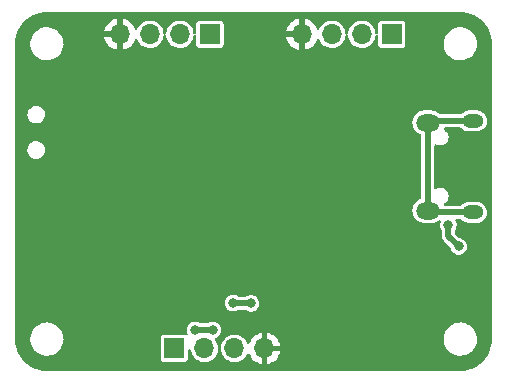
<source format=gbr>
%TF.GenerationSoftware,KiCad,Pcbnew,(6.0.9)*%
%TF.CreationDate,2022-12-17T23:06:55-06:00*%
%TF.ProjectId,STM32_Bluepill,53544d33-325f-4426-9c75-6570696c6c2e,A*%
%TF.SameCoordinates,Original*%
%TF.FileFunction,Copper,L2,Bot*%
%TF.FilePolarity,Positive*%
%FSLAX46Y46*%
G04 Gerber Fmt 4.6, Leading zero omitted, Abs format (unit mm)*
G04 Created by KiCad (PCBNEW (6.0.9)) date 2022-12-17 23:06:55*
%MOMM*%
%LPD*%
G01*
G04 APERTURE LIST*
%TA.AperFunction,ComponentPad*%
%ADD10R,1.700000X1.700000*%
%TD*%
%TA.AperFunction,ComponentPad*%
%ADD11O,1.700000X1.700000*%
%TD*%
%TA.AperFunction,ComponentPad*%
%ADD12O,2.000000X1.450000*%
%TD*%
%TA.AperFunction,ComponentPad*%
%ADD13O,1.800000X1.150000*%
%TD*%
%TA.AperFunction,ViaPad*%
%ADD14C,0.800000*%
%TD*%
%TA.AperFunction,ViaPad*%
%ADD15C,0.700000*%
%TD*%
%TA.AperFunction,Conductor*%
%ADD16C,0.500000*%
%TD*%
G04 APERTURE END LIST*
D10*
%TO.P,J2,1,Pin_1*%
%TO.N,+3.3V*%
X176200000Y-79200000D03*
D11*
%TO.P,J2,2,Pin_2*%
%TO.N,/USART1_TX*%
X173660000Y-79200000D03*
%TO.P,J2,3,Pin_3*%
%TO.N,/USART1_RX*%
X171120000Y-79200000D03*
%TO.P,J2,4,Pin_4*%
%TO.N,GND*%
X168580000Y-79200000D03*
%TD*%
D12*
%TO.P,J1,6,Shield*%
%TO.N,unconnected-(J1-Pad6)*%
X194650000Y-94125000D03*
D13*
X198450000Y-86525000D03*
D12*
X194650000Y-86675000D03*
D13*
X198450000Y-94275000D03*
%TD*%
D10*
%TO.P,J4,1,Pin_1*%
%TO.N,+3.3V*%
X173200000Y-105800000D03*
D11*
%TO.P,J4,2,Pin_2*%
%TO.N,/I2C2_SCL*%
X175740000Y-105800000D03*
%TO.P,J4,3,Pin_3*%
%TO.N,/I2C2_SDA*%
X178280000Y-105800000D03*
%TO.P,J4,4,Pin_4*%
%TO.N,GND*%
X180820000Y-105800000D03*
%TD*%
D10*
%TO.P,J3,1,Pin_1*%
%TO.N,+3.3V*%
X191600000Y-79200000D03*
D11*
%TO.P,J3,2,Pin_2*%
%TO.N,/SWDIO*%
X189060000Y-79200000D03*
%TO.P,J3,3,Pin_3*%
%TO.N,/SWCLK*%
X186520000Y-79200000D03*
%TO.P,J3,4,Pin_4*%
%TO.N,GND*%
X183980000Y-79200000D03*
%TD*%
D14*
%TO.N,+3.3V*%
X179679600Y-101981000D03*
X197268432Y-97163146D03*
X178160500Y-101955600D03*
X176439500Y-104216200D03*
X174940500Y-104216200D03*
X196392800Y-95351600D03*
%TO.N,GND*%
X172339000Y-95072200D03*
D15*
X181540000Y-94340000D03*
D14*
X190500000Y-98044000D03*
X171450000Y-87630000D03*
X193040000Y-89154000D03*
D15*
X177060000Y-88860000D03*
D14*
X176451268Y-92599500D03*
X172350500Y-99009200D03*
X194056000Y-97764600D03*
X190246000Y-94488000D03*
D15*
X163710000Y-84260000D03*
D14*
X197916800Y-96266000D03*
X168198800Y-92557600D03*
X190246000Y-93472000D03*
X169875200Y-87477600D03*
X189484000Y-98044000D03*
X172466000Y-90678000D03*
D15*
X173480000Y-86910000D03*
X178470000Y-97440000D03*
X186350000Y-89540000D03*
%TD*%
D16*
%TO.N,+3.3V*%
X196392800Y-96287514D02*
X196392800Y-95351600D01*
X176439500Y-104216200D02*
X174940500Y-104216200D01*
X178185900Y-101981000D02*
X178160500Y-101955600D01*
X179679600Y-101981000D02*
X178185900Y-101981000D01*
X197268432Y-97163146D02*
X196392800Y-96287514D01*
%TO.N,unconnected-(J1-Pad6)*%
X194800000Y-94275000D02*
X194650000Y-94125000D01*
X194800000Y-86525000D02*
X194650000Y-86675000D01*
X198450000Y-86525000D02*
X194800000Y-86525000D01*
X198450000Y-94275000D02*
X194800000Y-94275000D01*
X194650000Y-94125000D02*
X194650000Y-86675000D01*
%TD*%
%TA.AperFunction,Conductor*%
%TO.N,GND*%
G36*
X197384391Y-77302384D02*
G01*
X197400000Y-77305136D01*
X197410685Y-77303252D01*
X197420339Y-77303252D01*
X197434278Y-77302425D01*
X197534732Y-77308066D01*
X197695296Y-77317084D01*
X197709113Y-77318641D01*
X197993826Y-77367015D01*
X198007384Y-77370109D01*
X198284899Y-77450060D01*
X198298024Y-77454653D01*
X198564834Y-77565170D01*
X198577362Y-77571203D01*
X198717513Y-77648661D01*
X198830132Y-77710903D01*
X198841900Y-77718298D01*
X199077431Y-77885417D01*
X199088303Y-77894086D01*
X199303642Y-78086525D01*
X199313475Y-78096358D01*
X199505914Y-78311697D01*
X199514583Y-78322569D01*
X199681702Y-78558100D01*
X199689097Y-78569868D01*
X199714511Y-78615851D01*
X199828797Y-78822638D01*
X199834830Y-78835166D01*
X199945347Y-79101976D01*
X199949940Y-79115101D01*
X200024827Y-79375037D01*
X200029891Y-79392616D01*
X200032985Y-79406174D01*
X200081359Y-79690887D01*
X200082916Y-79704704D01*
X200091571Y-79858813D01*
X200096454Y-79945752D01*
X200097575Y-79965720D01*
X200096748Y-79979661D01*
X200096748Y-79989315D01*
X200094864Y-80000000D01*
X200096748Y-80010683D01*
X200097616Y-80015606D01*
X200099500Y-80037139D01*
X200099500Y-104962861D01*
X200097616Y-104984391D01*
X200094864Y-105000000D01*
X200096748Y-105010685D01*
X200096748Y-105020339D01*
X200097575Y-105034278D01*
X200094349Y-105091720D01*
X200082916Y-105295296D01*
X200081359Y-105309113D01*
X200032985Y-105593826D01*
X200029891Y-105607383D01*
X200023534Y-105629451D01*
X199949940Y-105884899D01*
X199945347Y-105898024D01*
X199834830Y-106164834D01*
X199828797Y-106177362D01*
X199771642Y-106280778D01*
X199705475Y-106400500D01*
X199689101Y-106430126D01*
X199681702Y-106441900D01*
X199514583Y-106677431D01*
X199505914Y-106688303D01*
X199313475Y-106903642D01*
X199303642Y-106913475D01*
X199088303Y-107105914D01*
X199077431Y-107114583D01*
X198841900Y-107281702D01*
X198830132Y-107289097D01*
X198717513Y-107351339D01*
X198577362Y-107428797D01*
X198564834Y-107434830D01*
X198298024Y-107545347D01*
X198284899Y-107549940D01*
X198007384Y-107629891D01*
X197993826Y-107632985D01*
X197709113Y-107681359D01*
X197695296Y-107682916D01*
X197534732Y-107691934D01*
X197434278Y-107697575D01*
X197420339Y-107696748D01*
X197410685Y-107696748D01*
X197400000Y-107694864D01*
X197384391Y-107697616D01*
X197362861Y-107699500D01*
X162437139Y-107699500D01*
X162415609Y-107697616D01*
X162400000Y-107694864D01*
X162389315Y-107696748D01*
X162379661Y-107696748D01*
X162365722Y-107697575D01*
X162265268Y-107691934D01*
X162104704Y-107682916D01*
X162090887Y-107681359D01*
X161806174Y-107632985D01*
X161792616Y-107629891D01*
X161515101Y-107549940D01*
X161501976Y-107545347D01*
X161235166Y-107434830D01*
X161222638Y-107428797D01*
X161082487Y-107351339D01*
X160969868Y-107289097D01*
X160958100Y-107281702D01*
X160722569Y-107114583D01*
X160711697Y-107105914D01*
X160496358Y-106913475D01*
X160486525Y-106903642D01*
X160299754Y-106694646D01*
X172049500Y-106694646D01*
X172052618Y-106720846D01*
X172098061Y-106823153D01*
X172177287Y-106902241D01*
X172187758Y-106906870D01*
X172187759Y-106906871D01*
X172271147Y-106943737D01*
X172271149Y-106943738D01*
X172279673Y-106947506D01*
X172305354Y-106950500D01*
X174094646Y-106950500D01*
X174098300Y-106950065D01*
X174098302Y-106950065D01*
X174103266Y-106949474D01*
X174120846Y-106947382D01*
X174223153Y-106901939D01*
X174302241Y-106822713D01*
X174347506Y-106720327D01*
X174350500Y-106694646D01*
X174350500Y-105980300D01*
X174370185Y-105913261D01*
X174422989Y-105867506D01*
X174492147Y-105857562D01*
X174555703Y-105886587D01*
X174593477Y-105945365D01*
X174598234Y-105972190D01*
X174598423Y-105975072D01*
X174598425Y-105975082D01*
X174598796Y-105980749D01*
X174650845Y-106185690D01*
X174653219Y-106190841D01*
X174653221Y-106190845D01*
X174715418Y-106325760D01*
X174739369Y-106377714D01*
X174861405Y-106550391D01*
X175012865Y-106697937D01*
X175017588Y-106701093D01*
X175017592Y-106701096D01*
X175088663Y-106748584D01*
X175188677Y-106815411D01*
X175382953Y-106898878D01*
X175446283Y-106913208D01*
X175583638Y-106944289D01*
X175583642Y-106944290D01*
X175589186Y-106945544D01*
X175715315Y-106950500D01*
X175794789Y-106953623D01*
X175794791Y-106953623D01*
X175800470Y-106953846D01*
X175806090Y-106953031D01*
X175806092Y-106953031D01*
X176004103Y-106924320D01*
X176004104Y-106924320D01*
X176009730Y-106923504D01*
X176052944Y-106908835D01*
X176204565Y-106857367D01*
X176204568Y-106857366D01*
X176209955Y-106855537D01*
X176214916Y-106852759D01*
X176214922Y-106852756D01*
X176321530Y-106793052D01*
X176394442Y-106752219D01*
X176432165Y-106720846D01*
X176552645Y-106620644D01*
X176557012Y-106617012D01*
X176560644Y-106612645D01*
X176688584Y-106458813D01*
X176688585Y-106458811D01*
X176692219Y-106454442D01*
X176753915Y-106344276D01*
X176792756Y-106274922D01*
X176792759Y-106274916D01*
X176795537Y-106269955D01*
X176808999Y-106230299D01*
X176861675Y-106075118D01*
X176863504Y-106069730D01*
X176865726Y-106054404D01*
X176887820Y-105902033D01*
X176916921Y-105838512D01*
X176970225Y-105804346D01*
X177050974Y-105804346D01*
X177104347Y-105838736D01*
X177133296Y-105902327D01*
X177134271Y-105911707D01*
X177138796Y-105980749D01*
X177190845Y-106185690D01*
X177193219Y-106190841D01*
X177193221Y-106190845D01*
X177255418Y-106325760D01*
X177279369Y-106377714D01*
X177401405Y-106550391D01*
X177552865Y-106697937D01*
X177557588Y-106701093D01*
X177557592Y-106701096D01*
X177628663Y-106748584D01*
X177728677Y-106815411D01*
X177922953Y-106898878D01*
X177986283Y-106913208D01*
X178123638Y-106944289D01*
X178123642Y-106944290D01*
X178129186Y-106945544D01*
X178255315Y-106950500D01*
X178334789Y-106953623D01*
X178334791Y-106953623D01*
X178340470Y-106953846D01*
X178346090Y-106953031D01*
X178346092Y-106953031D01*
X178544103Y-106924320D01*
X178544104Y-106924320D01*
X178549730Y-106923504D01*
X178592944Y-106908835D01*
X178744565Y-106857367D01*
X178744568Y-106857366D01*
X178749955Y-106855537D01*
X178754916Y-106852759D01*
X178754922Y-106852756D01*
X178861530Y-106793052D01*
X178934442Y-106752219D01*
X178972165Y-106720846D01*
X179092645Y-106620644D01*
X179097012Y-106617012D01*
X179100644Y-106612645D01*
X179228584Y-106458813D01*
X179228585Y-106458811D01*
X179232219Y-106454442D01*
X179334059Y-106272594D01*
X179383990Y-106223721D01*
X179452418Y-106209601D01*
X179517617Y-106234717D01*
X179554630Y-106280778D01*
X179644110Y-106472667D01*
X179649508Y-106482017D01*
X179778784Y-106666643D01*
X179785719Y-106674907D01*
X179945091Y-106834279D01*
X179953357Y-106841215D01*
X180137992Y-106970498D01*
X180147324Y-106975886D01*
X180351603Y-107071143D01*
X180361736Y-107074832D01*
X180552779Y-107126022D01*
X180566653Y-107125691D01*
X180570000Y-107117875D01*
X180570000Y-107112806D01*
X181070000Y-107112806D01*
X181073910Y-107126123D01*
X181082326Y-107127333D01*
X181278264Y-107074832D01*
X181288397Y-107071143D01*
X181492676Y-106975886D01*
X181502008Y-106970498D01*
X181686643Y-106841215D01*
X181694909Y-106834279D01*
X181854281Y-106674907D01*
X181861216Y-106666643D01*
X181990492Y-106482017D01*
X181995890Y-106472667D01*
X182091143Y-106268397D01*
X182094832Y-106258264D01*
X182146022Y-106067221D01*
X182145691Y-106053347D01*
X182137875Y-106050000D01*
X181087830Y-106050000D01*
X181072831Y-106054404D01*
X181071644Y-106055774D01*
X181070000Y-106063332D01*
X181070000Y-107112806D01*
X180570000Y-107112806D01*
X180570000Y-105532170D01*
X181070000Y-105532170D01*
X181074404Y-105547169D01*
X181075774Y-105548356D01*
X181083332Y-105550000D01*
X182132806Y-105550000D01*
X182146123Y-105546090D01*
X182147333Y-105537674D01*
X182094832Y-105341736D01*
X182091143Y-105331603D01*
X181995890Y-105127333D01*
X181990492Y-105117983D01*
X181861518Y-104933789D01*
X195995996Y-104933789D01*
X196004913Y-105171295D01*
X196005990Y-105176430D01*
X196005991Y-105176435D01*
X196040675Y-105341736D01*
X196053719Y-105403904D01*
X196141020Y-105624963D01*
X196143741Y-105629447D01*
X196143743Y-105629451D01*
X196230294Y-105772081D01*
X196264319Y-105828153D01*
X196315025Y-105886587D01*
X196401511Y-105986253D01*
X196420090Y-106007664D01*
X196603880Y-106158362D01*
X196608441Y-106160958D01*
X196608442Y-106160959D01*
X196805875Y-106273345D01*
X196805880Y-106273347D01*
X196810433Y-106275939D01*
X197033844Y-106357034D01*
X197267725Y-106399326D01*
X197292619Y-106400500D01*
X197459680Y-106400500D01*
X197462296Y-106400278D01*
X197462297Y-106400278D01*
X197631590Y-106385913D01*
X197636823Y-106385469D01*
X197866874Y-106325760D01*
X198083576Y-106228143D01*
X198280732Y-106095409D01*
X198452705Y-105931355D01*
X198594579Y-105740670D01*
X198631112Y-105668814D01*
X198699913Y-105533493D01*
X198699915Y-105533488D01*
X198702295Y-105528807D01*
X198772775Y-105301824D01*
X198773640Y-105295296D01*
X198803315Y-105071412D01*
X198803315Y-105071408D01*
X198804004Y-105066211D01*
X198796795Y-104874190D01*
X198795284Y-104833949D01*
X198795284Y-104833948D01*
X198795087Y-104828705D01*
X198790598Y-104807306D01*
X198747361Y-104601242D01*
X198747360Y-104601239D01*
X198746281Y-104596096D01*
X198736592Y-104571560D01*
X198695103Y-104466507D01*
X198658980Y-104375037D01*
X198591607Y-104264009D01*
X198538408Y-104176341D01*
X198535681Y-104171847D01*
X198379910Y-103992336D01*
X198196120Y-103841638D01*
X198078687Y-103774791D01*
X197994125Y-103726655D01*
X197994120Y-103726653D01*
X197989567Y-103724061D01*
X197766156Y-103642966D01*
X197532275Y-103600674D01*
X197507381Y-103599500D01*
X197340320Y-103599500D01*
X197337704Y-103599722D01*
X197337703Y-103599722D01*
X197326484Y-103600674D01*
X197163177Y-103614531D01*
X196933126Y-103674240D01*
X196716424Y-103771857D01*
X196519268Y-103904591D01*
X196347295Y-104068645D01*
X196205421Y-104259330D01*
X196203042Y-104264008D01*
X196203042Y-104264009D01*
X196130971Y-104405764D01*
X196097705Y-104471193D01*
X196096146Y-104476213D01*
X196096145Y-104476216D01*
X196041904Y-104650901D01*
X196027225Y-104698176D01*
X196026534Y-104703386D01*
X196026534Y-104703388D01*
X195997149Y-104925093D01*
X195995996Y-104933789D01*
X181861518Y-104933789D01*
X181861216Y-104933357D01*
X181854281Y-104925093D01*
X181694909Y-104765721D01*
X181686643Y-104758785D01*
X181502008Y-104629502D01*
X181492676Y-104624114D01*
X181288397Y-104528857D01*
X181278264Y-104525168D01*
X181087221Y-104473978D01*
X181073347Y-104474309D01*
X181070000Y-104482125D01*
X181070000Y-105532170D01*
X180570000Y-105532170D01*
X180570000Y-104487194D01*
X180566090Y-104473877D01*
X180557674Y-104472667D01*
X180361736Y-104525168D01*
X180351603Y-104528857D01*
X180147333Y-104624110D01*
X180137983Y-104629508D01*
X179953357Y-104758784D01*
X179945093Y-104765719D01*
X179785719Y-104925093D01*
X179778784Y-104933357D01*
X179649508Y-105117983D01*
X179644110Y-105127333D01*
X179552664Y-105323438D01*
X179506491Y-105375877D01*
X179439298Y-105395029D01*
X179372417Y-105374813D01*
X179329071Y-105325878D01*
X179265165Y-105196290D01*
X179138651Y-105026867D01*
X179134481Y-105023012D01*
X179134478Y-105023009D01*
X179043630Y-104939031D01*
X178983381Y-104883337D01*
X178977574Y-104879673D01*
X178809363Y-104773539D01*
X178809361Y-104773538D01*
X178804554Y-104770505D01*
X178608160Y-104692152D01*
X178602579Y-104691042D01*
X178602576Y-104691041D01*
X178504467Y-104671526D01*
X178400775Y-104650901D01*
X178395088Y-104650827D01*
X178395083Y-104650826D01*
X178195034Y-104648207D01*
X178195029Y-104648207D01*
X178189346Y-104648133D01*
X178183742Y-104649096D01*
X178183741Y-104649096D01*
X177986550Y-104682979D01*
X177986547Y-104682980D01*
X177980953Y-104683941D01*
X177782575Y-104757127D01*
X177777697Y-104760029D01*
X177777695Y-104760030D01*
X177605740Y-104862332D01*
X177605737Y-104862334D01*
X177600856Y-104865238D01*
X177441881Y-105004655D01*
X177438362Y-105009119D01*
X177438359Y-105009122D01*
X177397487Y-105060969D01*
X177310976Y-105170708D01*
X177212523Y-105357836D01*
X177210837Y-105363267D01*
X177210835Y-105363271D01*
X177160995Y-105523784D01*
X177149820Y-105559773D01*
X177132851Y-105703140D01*
X177105425Y-105767398D01*
X177050974Y-105804346D01*
X176970225Y-105804346D01*
X176970667Y-105804063D01*
X176918057Y-105772081D01*
X176887453Y-105709271D01*
X176886232Y-105699909D01*
X176876601Y-105595100D01*
X176876081Y-105589440D01*
X176818686Y-105385931D01*
X176725165Y-105196290D01*
X176673672Y-105127333D01*
X176628829Y-105067280D01*
X176604490Y-105001787D01*
X176619424Y-104933531D01*
X176668888Y-104884185D01*
X176677288Y-104880412D01*
X176678529Y-104880128D01*
X176770346Y-104833949D01*
X176823320Y-104807306D01*
X176823322Y-104807305D01*
X176829998Y-104803947D01*
X176835680Y-104799094D01*
X176835683Y-104799092D01*
X176953241Y-104698687D01*
X176958923Y-104693834D01*
X177057861Y-104556147D01*
X177121101Y-104398834D01*
X177124488Y-104375037D01*
X177144418Y-104235000D01*
X177144418Y-104234994D01*
X177144990Y-104230978D01*
X177145145Y-104216200D01*
X177124776Y-104047880D01*
X177102529Y-103989005D01*
X177067489Y-103896273D01*
X177067487Y-103896270D01*
X177064845Y-103889277D01*
X177034391Y-103844966D01*
X176973049Y-103755713D01*
X176973046Y-103755710D01*
X176968812Y-103749549D01*
X176926840Y-103712153D01*
X176847803Y-103641733D01*
X176847801Y-103641732D01*
X176842221Y-103636760D01*
X176827847Y-103629149D01*
X176698989Y-103560923D01*
X176692381Y-103557424D01*
X176527941Y-103516119D01*
X176441748Y-103515668D01*
X176365868Y-103515270D01*
X176365867Y-103515270D01*
X176358395Y-103515231D01*
X176336735Y-103520431D01*
X176200795Y-103553068D01*
X176200793Y-103553069D01*
X176193532Y-103554812D01*
X176186899Y-103558235D01*
X176186895Y-103558237D01*
X176119965Y-103592783D01*
X176042869Y-103632575D01*
X176037235Y-103637489D01*
X176031056Y-103641689D01*
X176029783Y-103639816D01*
X175976460Y-103664380D01*
X175958412Y-103665700D01*
X175422145Y-103665700D01*
X175351375Y-103643522D01*
X175348808Y-103641737D01*
X175343221Y-103636760D01*
X175193381Y-103557424D01*
X175028941Y-103516119D01*
X174942748Y-103515668D01*
X174866868Y-103515270D01*
X174866867Y-103515270D01*
X174859395Y-103515231D01*
X174837735Y-103520431D01*
X174701795Y-103553068D01*
X174701793Y-103553069D01*
X174694532Y-103554812D01*
X174687899Y-103558235D01*
X174687895Y-103558237D01*
X174620965Y-103592783D01*
X174543869Y-103632575D01*
X174538237Y-103637488D01*
X174436023Y-103726655D01*
X174416104Y-103744031D01*
X174318613Y-103882747D01*
X174257024Y-104040713D01*
X174234894Y-104208811D01*
X174235714Y-104216239D01*
X174235714Y-104216241D01*
X174240471Y-104259330D01*
X174253499Y-104377335D01*
X174256065Y-104384347D01*
X174256066Y-104384351D01*
X174299061Y-104501839D01*
X174303614Y-104571560D01*
X174269750Y-104632675D01*
X174208221Y-104665780D01*
X174137926Y-104658435D01*
X174137849Y-104658716D01*
X174136128Y-104658247D01*
X174132476Y-104657865D01*
X174120327Y-104652494D01*
X174094646Y-104649500D01*
X172305354Y-104649500D01*
X172301700Y-104649935D01*
X172301698Y-104649935D01*
X172296734Y-104650526D01*
X172279154Y-104652618D01*
X172176847Y-104698061D01*
X172097759Y-104777287D01*
X172093130Y-104787758D01*
X172093129Y-104787759D01*
X172058876Y-104865238D01*
X172052494Y-104879673D01*
X172049500Y-104905354D01*
X172049500Y-106694646D01*
X160299754Y-106694646D01*
X160294086Y-106688303D01*
X160285417Y-106677431D01*
X160118298Y-106441900D01*
X160110899Y-106430126D01*
X160094526Y-106400500D01*
X160028358Y-106280778D01*
X159971203Y-106177362D01*
X159965170Y-106164834D01*
X159854653Y-105898024D01*
X159850060Y-105884899D01*
X159776466Y-105629451D01*
X159770109Y-105607383D01*
X159767015Y-105593826D01*
X159718641Y-105309113D01*
X159717084Y-105295296D01*
X159705651Y-105091720D01*
X159702425Y-105034278D01*
X159703252Y-105020339D01*
X159703252Y-105010685D01*
X159705136Y-105000000D01*
X159702384Y-104984391D01*
X159700500Y-104962861D01*
X159700500Y-104933789D01*
X160995996Y-104933789D01*
X161004913Y-105171295D01*
X161005990Y-105176430D01*
X161005991Y-105176435D01*
X161040675Y-105341736D01*
X161053719Y-105403904D01*
X161141020Y-105624963D01*
X161143741Y-105629447D01*
X161143743Y-105629451D01*
X161230294Y-105772081D01*
X161264319Y-105828153D01*
X161315025Y-105886587D01*
X161401511Y-105986253D01*
X161420090Y-106007664D01*
X161603880Y-106158362D01*
X161608441Y-106160958D01*
X161608442Y-106160959D01*
X161805875Y-106273345D01*
X161805880Y-106273347D01*
X161810433Y-106275939D01*
X162033844Y-106357034D01*
X162267725Y-106399326D01*
X162292619Y-106400500D01*
X162459680Y-106400500D01*
X162462296Y-106400278D01*
X162462297Y-106400278D01*
X162631590Y-106385913D01*
X162636823Y-106385469D01*
X162866874Y-106325760D01*
X163083576Y-106228143D01*
X163280732Y-106095409D01*
X163452705Y-105931355D01*
X163594579Y-105740670D01*
X163631112Y-105668814D01*
X163699913Y-105533493D01*
X163699915Y-105533488D01*
X163702295Y-105528807D01*
X163772775Y-105301824D01*
X163773640Y-105295296D01*
X163803315Y-105071412D01*
X163803315Y-105071408D01*
X163804004Y-105066211D01*
X163796795Y-104874190D01*
X163795284Y-104833949D01*
X163795284Y-104833948D01*
X163795087Y-104828705D01*
X163790598Y-104807306D01*
X163747361Y-104601242D01*
X163747360Y-104601239D01*
X163746281Y-104596096D01*
X163736592Y-104571560D01*
X163695103Y-104466507D01*
X163658980Y-104375037D01*
X163591607Y-104264009D01*
X163538408Y-104176341D01*
X163535681Y-104171847D01*
X163379910Y-103992336D01*
X163196120Y-103841638D01*
X163078687Y-103774791D01*
X162994125Y-103726655D01*
X162994120Y-103726653D01*
X162989567Y-103724061D01*
X162766156Y-103642966D01*
X162532275Y-103600674D01*
X162507381Y-103599500D01*
X162340320Y-103599500D01*
X162337704Y-103599722D01*
X162337703Y-103599722D01*
X162326484Y-103600674D01*
X162163177Y-103614531D01*
X161933126Y-103674240D01*
X161716424Y-103771857D01*
X161519268Y-103904591D01*
X161347295Y-104068645D01*
X161205421Y-104259330D01*
X161203042Y-104264008D01*
X161203042Y-104264009D01*
X161130971Y-104405764D01*
X161097705Y-104471193D01*
X161096146Y-104476213D01*
X161096145Y-104476216D01*
X161041904Y-104650901D01*
X161027225Y-104698176D01*
X161026534Y-104703386D01*
X161026534Y-104703388D01*
X160997149Y-104925093D01*
X160995996Y-104933789D01*
X159700500Y-104933789D01*
X159700500Y-101948211D01*
X177454894Y-101948211D01*
X177455714Y-101955639D01*
X177455714Y-101955641D01*
X177459697Y-101991715D01*
X177473499Y-102116735D01*
X177476065Y-102123747D01*
X177476066Y-102123751D01*
X177529197Y-102268936D01*
X177531766Y-102275956D01*
X177535933Y-102282158D01*
X177535935Y-102282161D01*
X177561998Y-102320947D01*
X177626330Y-102416683D01*
X177631860Y-102421715D01*
X177746202Y-102525759D01*
X177746206Y-102525762D01*
X177751733Y-102530791D01*
X177900735Y-102611692D01*
X177983946Y-102633522D01*
X178057505Y-102652820D01*
X178057507Y-102652820D01*
X178064733Y-102654716D01*
X178147678Y-102656019D01*
X178226790Y-102657262D01*
X178226793Y-102657262D01*
X178234260Y-102657379D01*
X178356709Y-102629335D01*
X178392238Y-102621198D01*
X178392239Y-102621198D01*
X178399529Y-102619528D01*
X178548264Y-102544722D01*
X178603980Y-102531500D01*
X179198067Y-102531500D01*
X179268347Y-102553929D01*
X179270833Y-102556191D01*
X179277405Y-102559759D01*
X179277406Y-102559760D01*
X179293958Y-102568747D01*
X179419835Y-102637092D01*
X179479787Y-102652820D01*
X179576605Y-102678220D01*
X179576607Y-102678220D01*
X179583833Y-102680116D01*
X179666778Y-102681419D01*
X179745890Y-102682662D01*
X179745893Y-102682662D01*
X179753360Y-102682779D01*
X179884170Y-102652820D01*
X179911338Y-102646598D01*
X179911339Y-102646598D01*
X179918629Y-102644928D01*
X179993711Y-102607166D01*
X180063420Y-102572106D01*
X180063422Y-102572105D01*
X180070098Y-102568747D01*
X180075780Y-102563894D01*
X180075783Y-102563892D01*
X180193341Y-102463487D01*
X180199023Y-102458634D01*
X180297961Y-102320947D01*
X180361201Y-102163634D01*
X180385090Y-101995778D01*
X180385245Y-101981000D01*
X180364876Y-101812680D01*
X180304945Y-101654077D01*
X180278800Y-101616036D01*
X180213149Y-101520513D01*
X180213146Y-101520510D01*
X180208912Y-101514349D01*
X180166940Y-101476953D01*
X180087903Y-101406533D01*
X180087901Y-101406532D01*
X180082321Y-101401560D01*
X180067947Y-101393949D01*
X179939089Y-101325723D01*
X179932481Y-101322224D01*
X179768041Y-101280919D01*
X179681848Y-101280468D01*
X179605968Y-101280070D01*
X179605967Y-101280070D01*
X179598495Y-101280031D01*
X179576835Y-101285231D01*
X179440895Y-101317868D01*
X179440893Y-101317869D01*
X179433632Y-101319612D01*
X179426999Y-101323035D01*
X179426995Y-101323037D01*
X179360065Y-101357583D01*
X179282969Y-101397375D01*
X179277335Y-101402289D01*
X179271156Y-101406489D01*
X179269883Y-101404616D01*
X179216560Y-101429180D01*
X179198512Y-101430500D01*
X178671437Y-101430500D01*
X178604398Y-101410815D01*
X178588957Y-101399089D01*
X178563221Y-101376160D01*
X178556614Y-101372662D01*
X178556610Y-101372659D01*
X178419989Y-101300323D01*
X178413381Y-101296824D01*
X178248941Y-101255519D01*
X178162748Y-101255068D01*
X178086868Y-101254670D01*
X178086867Y-101254670D01*
X178079395Y-101254631D01*
X178057735Y-101259831D01*
X177921795Y-101292468D01*
X177921793Y-101292469D01*
X177914532Y-101294212D01*
X177907899Y-101297635D01*
X177907895Y-101297637D01*
X177840965Y-101332183D01*
X177763869Y-101371975D01*
X177758237Y-101376888D01*
X177719346Y-101410815D01*
X177636104Y-101483431D01*
X177538613Y-101622147D01*
X177477024Y-101780113D01*
X177476048Y-101787523D01*
X177476048Y-101787525D01*
X177471759Y-101820105D01*
X177454894Y-101948211D01*
X159700500Y-101948211D01*
X159700500Y-94117806D01*
X193344563Y-94117806D01*
X193345112Y-94123839D01*
X193345112Y-94123843D01*
X193346665Y-94140904D01*
X193362790Y-94318089D01*
X193364501Y-94323902D01*
X193364501Y-94323903D01*
X193417859Y-94505198D01*
X193419572Y-94511018D01*
X193512746Y-94689243D01*
X193516571Y-94694000D01*
X193634137Y-94840222D01*
X193638763Y-94845976D01*
X193792823Y-94975248D01*
X193969058Y-95072134D01*
X193974840Y-95073968D01*
X193974842Y-95073969D01*
X194154976Y-95131111D01*
X194154978Y-95131111D01*
X194160755Y-95132944D01*
X194215287Y-95139061D01*
X194313815Y-95150113D01*
X194313821Y-95150113D01*
X194317268Y-95150500D01*
X194975606Y-95150500D01*
X194978621Y-95150204D01*
X194978629Y-95150204D01*
X195119115Y-95136429D01*
X195119117Y-95136429D01*
X195125151Y-95135837D01*
X195317679Y-95077710D01*
X195429701Y-95018147D01*
X195489891Y-94986143D01*
X195489892Y-94986143D01*
X195495249Y-94983294D01*
X195499952Y-94979458D01*
X195499957Y-94979455D01*
X195554374Y-94935074D01*
X195618767Y-94907957D01*
X195687598Y-94919959D01*
X195739014Y-94967269D01*
X195756690Y-95034866D01*
X195748274Y-95076211D01*
X195712040Y-95169143D01*
X195712037Y-95169154D01*
X195709324Y-95176113D01*
X195687194Y-95344211D01*
X195688014Y-95351639D01*
X195688014Y-95351641D01*
X195689641Y-95366378D01*
X195705799Y-95512735D01*
X195708365Y-95519747D01*
X195708366Y-95519751D01*
X195761497Y-95664936D01*
X195764066Y-95671956D01*
X195768233Y-95678157D01*
X195768238Y-95678167D01*
X195821221Y-95757013D01*
X195842300Y-95826173D01*
X195842300Y-96272557D01*
X195842191Y-96277749D01*
X195839590Y-96339808D01*
X195841521Y-96348039D01*
X195841521Y-96348043D01*
X195849547Y-96382261D01*
X195851676Y-96393746D01*
X195857594Y-96436946D01*
X195860951Y-96444703D01*
X195863634Y-96450903D01*
X195870558Y-96471839D01*
X195874032Y-96486650D01*
X195883774Y-96504370D01*
X195895038Y-96524860D01*
X195900176Y-96535349D01*
X195914137Y-96567611D01*
X195914140Y-96567616D01*
X195917495Y-96575369D01*
X195922812Y-96581935D01*
X195922813Y-96581937D01*
X195927067Y-96587190D01*
X195939357Y-96605479D01*
X195946693Y-96618822D01*
X195953697Y-96626936D01*
X195978309Y-96651548D01*
X195986994Y-96661193D01*
X196012414Y-96692584D01*
X196026591Y-96702659D01*
X196027884Y-96703578D01*
X196043734Y-96716973D01*
X196542000Y-97215239D01*
X196575485Y-97276562D01*
X196577570Y-97289311D01*
X196581431Y-97324281D01*
X196583997Y-97331293D01*
X196583998Y-97331297D01*
X196637129Y-97476482D01*
X196639698Y-97483502D01*
X196643865Y-97489704D01*
X196643867Y-97489707D01*
X196656942Y-97509164D01*
X196734262Y-97624229D01*
X196739792Y-97629261D01*
X196854134Y-97733305D01*
X196854138Y-97733308D01*
X196859665Y-97738337D01*
X197008667Y-97819238D01*
X197104017Y-97844253D01*
X197165437Y-97860366D01*
X197165439Y-97860366D01*
X197172665Y-97862262D01*
X197255610Y-97863565D01*
X197334722Y-97864808D01*
X197334725Y-97864808D01*
X197342192Y-97864925D01*
X197464641Y-97836881D01*
X197500170Y-97828744D01*
X197500171Y-97828744D01*
X197507461Y-97827074D01*
X197582543Y-97789311D01*
X197652252Y-97754252D01*
X197652254Y-97754251D01*
X197658930Y-97750893D01*
X197664612Y-97746040D01*
X197664615Y-97746038D01*
X197782173Y-97645633D01*
X197787855Y-97640780D01*
X197886793Y-97503093D01*
X197950033Y-97345780D01*
X197964229Y-97246031D01*
X197973350Y-97181946D01*
X197973350Y-97181940D01*
X197973922Y-97177924D01*
X197974077Y-97163146D01*
X197953708Y-96994826D01*
X197893777Y-96836223D01*
X197889540Y-96830058D01*
X197801981Y-96702659D01*
X197801978Y-96702656D01*
X197797744Y-96696495D01*
X197755772Y-96659099D01*
X197676735Y-96588679D01*
X197676733Y-96588678D01*
X197671153Y-96583706D01*
X197655408Y-96575369D01*
X197527921Y-96507869D01*
X197521313Y-96504370D01*
X197443830Y-96484907D01*
X197376760Y-96468060D01*
X197319288Y-96435477D01*
X196979619Y-96095809D01*
X196946134Y-96034486D01*
X196943300Y-96008128D01*
X196943300Y-95825918D01*
X196966602Y-95753559D01*
X197006799Y-95697619D01*
X197006803Y-95697612D01*
X197011161Y-95691547D01*
X197074401Y-95534234D01*
X197098290Y-95366378D01*
X197098445Y-95351600D01*
X197078076Y-95183280D01*
X197069054Y-95159405D01*
X197020789Y-95031673D01*
X197020787Y-95031670D01*
X197018145Y-95024677D01*
X197013909Y-95018513D01*
X197010447Y-95011892D01*
X197011927Y-95011118D01*
X196992999Y-94953344D01*
X197010596Y-94885726D01*
X197061956Y-94838357D01*
X197116939Y-94825500D01*
X197386386Y-94825500D01*
X197453425Y-94845185D01*
X197481096Y-94869462D01*
X197517678Y-94912751D01*
X197523012Y-94916829D01*
X197663456Y-95024207D01*
X197663459Y-95024209D01*
X197668793Y-95028287D01*
X197674882Y-95031126D01*
X197674883Y-95031127D01*
X197835109Y-95105841D01*
X197841193Y-95108678D01*
X197847738Y-95110141D01*
X197847741Y-95110142D01*
X197939890Y-95130740D01*
X198026834Y-95150174D01*
X198032665Y-95150500D01*
X198822517Y-95150500D01*
X198964109Y-95135118D01*
X199144396Y-95074445D01*
X199307447Y-94976474D01*
X199445658Y-94845775D01*
X199552578Y-94688446D01*
X199555070Y-94682216D01*
X199555072Y-94682212D01*
X199620727Y-94518062D01*
X199623221Y-94511827D01*
X199624318Y-94505202D01*
X199653192Y-94330788D01*
X199653192Y-94330786D01*
X199654289Y-94324160D01*
X199644333Y-94134199D01*
X199593819Y-93950807D01*
X199505102Y-93782540D01*
X199461947Y-93731472D01*
X199386655Y-93642376D01*
X199386653Y-93642374D01*
X199382322Y-93637249D01*
X199298976Y-93573526D01*
X199236544Y-93525793D01*
X199236541Y-93525791D01*
X199231207Y-93521713D01*
X199176516Y-93496210D01*
X199064891Y-93444159D01*
X199058807Y-93441322D01*
X199052262Y-93439859D01*
X199052259Y-93439858D01*
X198940522Y-93414882D01*
X198873166Y-93399826D01*
X198867335Y-93399500D01*
X198077483Y-93399500D01*
X197935891Y-93414882D01*
X197755604Y-93475555D01*
X197592553Y-93573526D01*
X197587676Y-93578138D01*
X197468754Y-93690596D01*
X197406520Y-93722355D01*
X197383556Y-93724500D01*
X196142287Y-93724500D01*
X196075248Y-93704815D01*
X196029493Y-93652011D01*
X196019549Y-93582853D01*
X196048574Y-93519297D01*
X196078236Y-93496210D01*
X196077593Y-93495243D01*
X196083821Y-93491105D01*
X196090498Y-93487747D01*
X196096180Y-93482894D01*
X196096183Y-93482892D01*
X196213741Y-93382487D01*
X196219423Y-93377634D01*
X196318361Y-93239947D01*
X196381601Y-93082634D01*
X196382654Y-93075237D01*
X196404918Y-92918800D01*
X196404918Y-92918794D01*
X196405490Y-92914778D01*
X196405645Y-92900000D01*
X196385276Y-92731680D01*
X196325345Y-92573077D01*
X196321108Y-92566912D01*
X196233549Y-92439513D01*
X196233546Y-92439510D01*
X196229312Y-92433349D01*
X196102721Y-92320560D01*
X195952881Y-92241224D01*
X195788441Y-92199919D01*
X195702248Y-92199468D01*
X195626368Y-92199070D01*
X195626367Y-92199070D01*
X195618895Y-92199031D01*
X195597235Y-92204231D01*
X195461295Y-92236868D01*
X195461293Y-92236869D01*
X195454032Y-92238612D01*
X195447393Y-92242039D01*
X195447392Y-92242039D01*
X195381372Y-92276114D01*
X195312772Y-92289369D01*
X195247895Y-92263432D01*
X195207339Y-92206537D01*
X195200500Y-92165925D01*
X195200500Y-88634351D01*
X195220185Y-88567312D01*
X195272989Y-88521557D01*
X195342147Y-88511613D01*
X195383664Y-88525377D01*
X195440235Y-88556092D01*
X195535585Y-88581107D01*
X195597005Y-88597220D01*
X195597007Y-88597220D01*
X195604233Y-88599116D01*
X195687178Y-88600419D01*
X195766290Y-88601662D01*
X195766293Y-88601662D01*
X195773760Y-88601779D01*
X195896209Y-88573735D01*
X195931738Y-88565598D01*
X195931739Y-88565598D01*
X195939029Y-88563928D01*
X196043046Y-88511613D01*
X196083820Y-88491106D01*
X196083822Y-88491105D01*
X196090498Y-88487747D01*
X196096180Y-88482894D01*
X196096183Y-88482892D01*
X196213741Y-88382487D01*
X196219423Y-88377634D01*
X196318361Y-88239947D01*
X196381601Y-88082634D01*
X196405490Y-87914778D01*
X196405645Y-87900000D01*
X196405157Y-87895967D01*
X196386175Y-87739105D01*
X196386174Y-87739101D01*
X196385276Y-87731680D01*
X196359518Y-87663513D01*
X196327989Y-87580073D01*
X196327987Y-87580070D01*
X196325345Y-87573077D01*
X196292473Y-87525248D01*
X196233549Y-87439513D01*
X196233546Y-87439510D01*
X196229312Y-87433349D01*
X196145504Y-87358678D01*
X196108303Y-87325533D01*
X196108301Y-87325532D01*
X196102721Y-87320560D01*
X196081052Y-87309087D01*
X196031016Y-87260321D01*
X196015287Y-87192245D01*
X196038861Y-87126472D01*
X196094251Y-87083885D01*
X196139075Y-87075500D01*
X197386386Y-87075500D01*
X197453425Y-87095185D01*
X197481096Y-87119462D01*
X197517678Y-87162751D01*
X197523012Y-87166829D01*
X197663456Y-87274207D01*
X197663459Y-87274209D01*
X197668793Y-87278287D01*
X197674882Y-87281126D01*
X197674883Y-87281127D01*
X197835109Y-87355841D01*
X197841193Y-87358678D01*
X197847738Y-87360141D01*
X197847741Y-87360142D01*
X197939890Y-87380740D01*
X198026834Y-87400174D01*
X198032665Y-87400500D01*
X198822517Y-87400500D01*
X198964109Y-87385118D01*
X199144396Y-87324445D01*
X199307447Y-87226474D01*
X199445658Y-87095775D01*
X199449432Y-87090222D01*
X199548804Y-86944000D01*
X199548806Y-86943997D01*
X199552578Y-86938446D01*
X199555070Y-86932216D01*
X199555072Y-86932212D01*
X199620727Y-86768062D01*
X199623221Y-86761827D01*
X199625427Y-86748502D01*
X199653192Y-86580788D01*
X199653192Y-86580786D01*
X199654289Y-86574160D01*
X199644333Y-86384199D01*
X199593819Y-86200807D01*
X199505102Y-86032540D01*
X199449153Y-85966332D01*
X199386655Y-85892376D01*
X199386653Y-85892374D01*
X199382322Y-85887249D01*
X199296756Y-85821829D01*
X199236544Y-85775793D01*
X199236541Y-85775791D01*
X199231207Y-85771713D01*
X199139643Y-85729016D01*
X199064891Y-85694159D01*
X199058807Y-85691322D01*
X199052262Y-85689859D01*
X199052259Y-85689858D01*
X198940522Y-85664882D01*
X198873166Y-85649826D01*
X198867335Y-85649500D01*
X198077483Y-85649500D01*
X197935891Y-85664882D01*
X197755604Y-85725555D01*
X197592553Y-85823526D01*
X197587676Y-85828138D01*
X197468754Y-85940596D01*
X197406520Y-85972355D01*
X197383556Y-85974500D01*
X195730771Y-85974500D01*
X195663732Y-85954815D01*
X195651065Y-85945489D01*
X195645234Y-85940596D01*
X195507177Y-85824752D01*
X195330942Y-85727866D01*
X195325160Y-85726032D01*
X195325158Y-85726031D01*
X195145024Y-85668889D01*
X195145022Y-85668889D01*
X195139245Y-85667056D01*
X195084713Y-85660939D01*
X194986185Y-85649887D01*
X194986179Y-85649887D01*
X194982732Y-85649500D01*
X194324394Y-85649500D01*
X194321379Y-85649796D01*
X194321371Y-85649796D01*
X194180885Y-85663571D01*
X194180883Y-85663571D01*
X194174849Y-85664163D01*
X193982321Y-85722290D01*
X193976970Y-85725135D01*
X193976968Y-85725136D01*
X193810109Y-85813857D01*
X193804751Y-85816706D01*
X193648901Y-85943814D01*
X193520708Y-86098773D01*
X193517822Y-86104110D01*
X193517821Y-86104112D01*
X193462039Y-86207280D01*
X193425055Y-86275680D01*
X193365585Y-86467797D01*
X193344563Y-86667806D01*
X193345112Y-86673839D01*
X193345112Y-86673843D01*
X193353119Y-86761827D01*
X193362790Y-86868089D01*
X193419572Y-87061018D01*
X193512746Y-87239243D01*
X193638763Y-87395976D01*
X193792823Y-87525248D01*
X193969058Y-87622134D01*
X193974839Y-87623968D01*
X193974844Y-87623970D01*
X194012993Y-87636071D01*
X194070943Y-87675105D01*
X194098590Y-87739272D01*
X194099500Y-87754267D01*
X194099500Y-93044821D01*
X194079815Y-93111860D01*
X194027011Y-93157615D01*
X194011338Y-93163529D01*
X193982321Y-93172290D01*
X193804751Y-93266706D01*
X193648901Y-93393814D01*
X193520708Y-93548773D01*
X193517822Y-93554110D01*
X193517821Y-93554112D01*
X193436337Y-93704815D01*
X193425055Y-93725680D01*
X193365585Y-93917797D01*
X193344563Y-94117806D01*
X159700500Y-94117806D01*
X159700500Y-89040862D01*
X160745497Y-89040862D01*
X160775134Y-89213340D01*
X160843654Y-89374373D01*
X160847921Y-89380171D01*
X160847922Y-89380173D01*
X160905092Y-89457857D01*
X160947383Y-89515324D01*
X160952874Y-89519989D01*
X160952875Y-89519990D01*
X161075261Y-89623965D01*
X161075264Y-89623967D01*
X161080755Y-89628632D01*
X161087172Y-89631909D01*
X161087174Y-89631910D01*
X161153616Y-89665837D01*
X161236616Y-89708219D01*
X161243612Y-89709931D01*
X161243615Y-89709932D01*
X161314763Y-89727341D01*
X161406606Y-89749815D01*
X161412114Y-89750157D01*
X161412116Y-89750157D01*
X161415744Y-89750382D01*
X161415748Y-89750382D01*
X161417648Y-89750500D01*
X161543822Y-89750500D01*
X161673828Y-89735343D01*
X161680595Y-89732887D01*
X161680598Y-89732886D01*
X161831557Y-89678090D01*
X161831558Y-89678089D01*
X161838331Y-89675631D01*
X161984685Y-89579677D01*
X161989637Y-89574449D01*
X161989640Y-89574447D01*
X162100087Y-89457857D01*
X162100089Y-89457855D01*
X162105040Y-89452628D01*
X162108656Y-89446403D01*
X162108658Y-89446400D01*
X162189322Y-89307525D01*
X162192939Y-89301298D01*
X162243667Y-89133807D01*
X162254503Y-88959138D01*
X162224866Y-88786660D01*
X162156346Y-88625627D01*
X162138710Y-88601662D01*
X162056888Y-88490479D01*
X162056886Y-88490477D01*
X162052617Y-88484676D01*
X162047125Y-88480010D01*
X161924739Y-88376035D01*
X161924736Y-88376033D01*
X161919245Y-88371368D01*
X161912828Y-88368091D01*
X161912826Y-88368090D01*
X161822388Y-88321910D01*
X161763384Y-88291781D01*
X161756388Y-88290069D01*
X161756385Y-88290068D01*
X161685237Y-88272659D01*
X161593394Y-88250185D01*
X161587886Y-88249843D01*
X161587884Y-88249843D01*
X161584256Y-88249618D01*
X161584252Y-88249618D01*
X161582352Y-88249500D01*
X161456178Y-88249500D01*
X161326172Y-88264657D01*
X161319405Y-88267113D01*
X161319402Y-88267114D01*
X161168443Y-88321910D01*
X161161669Y-88324369D01*
X161015315Y-88420323D01*
X161010363Y-88425551D01*
X161010360Y-88425553D01*
X160915795Y-88525378D01*
X160894960Y-88547372D01*
X160891344Y-88553597D01*
X160891342Y-88553600D01*
X160883378Y-88567312D01*
X160807061Y-88698702D01*
X160756333Y-88866193D01*
X160745497Y-89040862D01*
X159700500Y-89040862D01*
X159700500Y-86040862D01*
X160745497Y-86040862D01*
X160775134Y-86213340D01*
X160777957Y-86219973D01*
X160777957Y-86219975D01*
X160801660Y-86275680D01*
X160843654Y-86374373D01*
X160847921Y-86380171D01*
X160847922Y-86380173D01*
X160912407Y-86467797D01*
X160947383Y-86515324D01*
X160952874Y-86519989D01*
X160952875Y-86519990D01*
X161075261Y-86623965D01*
X161075264Y-86623967D01*
X161080755Y-86628632D01*
X161087172Y-86631909D01*
X161087174Y-86631910D01*
X161145665Y-86661777D01*
X161236616Y-86708219D01*
X161243612Y-86709931D01*
X161243615Y-86709932D01*
X161314763Y-86727341D01*
X161406606Y-86749815D01*
X161412114Y-86750157D01*
X161412116Y-86750157D01*
X161415744Y-86750382D01*
X161415748Y-86750382D01*
X161417648Y-86750500D01*
X161543822Y-86750500D01*
X161673828Y-86735343D01*
X161680595Y-86732887D01*
X161680598Y-86732886D01*
X161831557Y-86678090D01*
X161831558Y-86678089D01*
X161838331Y-86675631D01*
X161984685Y-86579677D01*
X161989637Y-86574449D01*
X161989640Y-86574447D01*
X162100087Y-86457857D01*
X162100089Y-86457855D01*
X162105040Y-86452628D01*
X162108656Y-86446403D01*
X162108658Y-86446400D01*
X162189322Y-86307525D01*
X162192939Y-86301298D01*
X162243667Y-86133807D01*
X162249949Y-86032540D01*
X162254057Y-85966332D01*
X162254057Y-85966329D01*
X162254503Y-85959138D01*
X162224866Y-85786660D01*
X162156346Y-85625627D01*
X162103340Y-85553600D01*
X162056888Y-85490479D01*
X162056886Y-85490477D01*
X162052617Y-85484676D01*
X161972216Y-85416370D01*
X161924739Y-85376035D01*
X161924736Y-85376033D01*
X161919245Y-85371368D01*
X161912828Y-85368091D01*
X161912826Y-85368090D01*
X161822388Y-85321910D01*
X161763384Y-85291781D01*
X161756388Y-85290069D01*
X161756385Y-85290068D01*
X161685237Y-85272659D01*
X161593394Y-85250185D01*
X161587886Y-85249843D01*
X161587884Y-85249843D01*
X161584256Y-85249618D01*
X161584252Y-85249618D01*
X161582352Y-85249500D01*
X161456178Y-85249500D01*
X161326172Y-85264657D01*
X161319405Y-85267113D01*
X161319402Y-85267114D01*
X161168443Y-85321910D01*
X161161669Y-85324369D01*
X161015315Y-85420323D01*
X161010363Y-85425551D01*
X161010360Y-85425553D01*
X160948855Y-85490479D01*
X160894960Y-85547372D01*
X160891344Y-85553597D01*
X160891342Y-85553600D01*
X160835468Y-85649796D01*
X160807061Y-85698702D01*
X160756333Y-85866193D01*
X160755887Y-85873385D01*
X160751756Y-85939979D01*
X160745497Y-86040862D01*
X159700500Y-86040862D01*
X159700500Y-80037139D01*
X159702384Y-80015606D01*
X159703252Y-80010683D01*
X159705136Y-80000000D01*
X159703252Y-79989315D01*
X159703252Y-79979661D01*
X159702425Y-79965720D01*
X159703547Y-79945752D01*
X159704219Y-79933789D01*
X160995996Y-79933789D01*
X160998482Y-80000000D01*
X161003320Y-80128853D01*
X161004913Y-80171295D01*
X161005990Y-80176430D01*
X161005991Y-80176435D01*
X161047840Y-80375886D01*
X161053719Y-80403904D01*
X161141020Y-80624963D01*
X161143741Y-80629447D01*
X161143743Y-80629451D01*
X161211233Y-80740670D01*
X161264319Y-80828153D01*
X161420090Y-81007664D01*
X161603880Y-81158362D01*
X161608441Y-81160958D01*
X161608442Y-81160959D01*
X161805875Y-81273345D01*
X161805880Y-81273347D01*
X161810433Y-81275939D01*
X162033844Y-81357034D01*
X162267725Y-81399326D01*
X162292619Y-81400500D01*
X162459680Y-81400500D01*
X162462296Y-81400278D01*
X162462297Y-81400278D01*
X162631590Y-81385913D01*
X162636823Y-81385469D01*
X162866874Y-81325760D01*
X163083576Y-81228143D01*
X163280732Y-81095409D01*
X163452705Y-80931355D01*
X163594579Y-80740670D01*
X163596958Y-80735991D01*
X163699913Y-80533493D01*
X163699915Y-80533488D01*
X163702295Y-80528807D01*
X163705690Y-80517875D01*
X163771215Y-80306848D01*
X163772775Y-80301824D01*
X163773834Y-80293837D01*
X163803315Y-80071412D01*
X163803315Y-80071408D01*
X163804004Y-80066211D01*
X163795087Y-79828705D01*
X163785362Y-79782352D01*
X163747361Y-79601242D01*
X163747360Y-79601239D01*
X163746281Y-79596096D01*
X163744208Y-79590845D01*
X163693453Y-79462326D01*
X167252667Y-79462326D01*
X167305168Y-79658264D01*
X167308857Y-79668397D01*
X167404110Y-79872667D01*
X167409508Y-79882017D01*
X167538784Y-80066643D01*
X167545719Y-80074907D01*
X167705091Y-80234279D01*
X167713357Y-80241215D01*
X167897992Y-80370498D01*
X167907324Y-80375886D01*
X168111603Y-80471143D01*
X168121736Y-80474832D01*
X168312779Y-80526022D01*
X168326653Y-80525691D01*
X168330000Y-80517875D01*
X168330000Y-80512806D01*
X168830000Y-80512806D01*
X168833910Y-80526123D01*
X168842326Y-80527333D01*
X169038264Y-80474832D01*
X169048397Y-80471143D01*
X169252676Y-80375886D01*
X169262008Y-80370498D01*
X169446643Y-80241215D01*
X169454909Y-80234279D01*
X169614281Y-80074907D01*
X169621216Y-80066643D01*
X169750492Y-79882017D01*
X169755890Y-79872667D01*
X169847656Y-79675876D01*
X169893829Y-79623437D01*
X169961022Y-79604285D01*
X170027903Y-79624501D01*
X170072648Y-79676368D01*
X170080386Y-79693152D01*
X170119369Y-79777714D01*
X170122647Y-79782352D01*
X170233377Y-79939031D01*
X170241405Y-79950391D01*
X170245476Y-79954357D01*
X170245477Y-79954358D01*
X170271451Y-79979661D01*
X170392865Y-80097937D01*
X170397588Y-80101093D01*
X170397592Y-80101096D01*
X170468663Y-80148584D01*
X170568677Y-80215411D01*
X170762953Y-80298878D01*
X170798277Y-80306871D01*
X170963638Y-80344289D01*
X170963642Y-80344290D01*
X170969186Y-80345544D01*
X171095315Y-80350500D01*
X171174789Y-80353623D01*
X171174791Y-80353623D01*
X171180470Y-80353846D01*
X171186090Y-80353031D01*
X171186092Y-80353031D01*
X171384103Y-80324320D01*
X171384104Y-80324320D01*
X171389730Y-80323504D01*
X171408588Y-80317103D01*
X171584565Y-80257367D01*
X171584568Y-80257366D01*
X171589955Y-80255537D01*
X171594916Y-80252759D01*
X171594922Y-80252756D01*
X171749743Y-80166051D01*
X171774442Y-80152219D01*
X171812165Y-80120846D01*
X171932645Y-80020644D01*
X171937012Y-80017012D01*
X171979671Y-79965720D01*
X172068584Y-79858813D01*
X172068585Y-79858811D01*
X172072219Y-79854442D01*
X172156814Y-79703388D01*
X172172756Y-79674922D01*
X172172759Y-79674916D01*
X172175537Y-79669955D01*
X172206009Y-79580189D01*
X172241675Y-79475118D01*
X172243504Y-79469730D01*
X172245954Y-79452831D01*
X172267820Y-79302033D01*
X172296921Y-79238512D01*
X172350225Y-79204346D01*
X172430974Y-79204346D01*
X172484347Y-79238736D01*
X172513296Y-79302327D01*
X172514271Y-79311707D01*
X172518796Y-79380749D01*
X172570845Y-79585690D01*
X172573219Y-79590841D01*
X172573221Y-79590845D01*
X172625104Y-79703388D01*
X172659369Y-79777714D01*
X172662647Y-79782352D01*
X172773377Y-79939031D01*
X172781405Y-79950391D01*
X172785476Y-79954357D01*
X172785477Y-79954358D01*
X172811451Y-79979661D01*
X172932865Y-80097937D01*
X172937588Y-80101093D01*
X172937592Y-80101096D01*
X173008663Y-80148584D01*
X173108677Y-80215411D01*
X173302953Y-80298878D01*
X173338277Y-80306871D01*
X173503638Y-80344289D01*
X173503642Y-80344290D01*
X173509186Y-80345544D01*
X173635315Y-80350500D01*
X173714789Y-80353623D01*
X173714791Y-80353623D01*
X173720470Y-80353846D01*
X173726090Y-80353031D01*
X173726092Y-80353031D01*
X173924103Y-80324320D01*
X173924104Y-80324320D01*
X173929730Y-80323504D01*
X173948588Y-80317103D01*
X174124565Y-80257367D01*
X174124568Y-80257366D01*
X174129955Y-80255537D01*
X174134916Y-80252759D01*
X174134922Y-80252756D01*
X174289743Y-80166051D01*
X174314442Y-80152219D01*
X174352165Y-80120846D01*
X174472645Y-80020644D01*
X174477012Y-80017012D01*
X174519671Y-79965720D01*
X174608584Y-79858813D01*
X174608585Y-79858811D01*
X174612219Y-79854442D01*
X174696814Y-79703388D01*
X174712756Y-79674922D01*
X174712759Y-79674916D01*
X174715537Y-79669955D01*
X174746009Y-79580189D01*
X174781675Y-79475118D01*
X174783504Y-79469730D01*
X174796526Y-79379920D01*
X174802783Y-79336769D01*
X174831884Y-79273248D01*
X174890707Y-79235543D01*
X174960577Y-79235627D01*
X175019310Y-79273471D01*
X175048259Y-79337061D01*
X175049500Y-79354562D01*
X175049500Y-80094646D01*
X175052618Y-80120846D01*
X175098061Y-80223153D01*
X175177287Y-80302241D01*
X175187758Y-80306870D01*
X175187759Y-80306871D01*
X175271147Y-80343737D01*
X175271149Y-80343738D01*
X175279673Y-80347506D01*
X175305354Y-80350500D01*
X177094646Y-80350500D01*
X177098300Y-80350065D01*
X177098302Y-80350065D01*
X177103266Y-80349474D01*
X177120846Y-80347382D01*
X177223153Y-80301939D01*
X177302241Y-80222713D01*
X177324973Y-80171295D01*
X177343737Y-80128853D01*
X177343738Y-80128851D01*
X177347506Y-80120327D01*
X177350500Y-80094646D01*
X177350500Y-79462326D01*
X182652667Y-79462326D01*
X182705168Y-79658264D01*
X182708857Y-79668397D01*
X182804110Y-79872667D01*
X182809508Y-79882017D01*
X182938784Y-80066643D01*
X182945719Y-80074907D01*
X183105091Y-80234279D01*
X183113357Y-80241215D01*
X183297992Y-80370498D01*
X183307324Y-80375886D01*
X183511603Y-80471143D01*
X183521736Y-80474832D01*
X183712779Y-80526022D01*
X183726653Y-80525691D01*
X183730000Y-80517875D01*
X183730000Y-80512806D01*
X184230000Y-80512806D01*
X184233910Y-80526123D01*
X184242326Y-80527333D01*
X184438264Y-80474832D01*
X184448397Y-80471143D01*
X184652676Y-80375886D01*
X184662008Y-80370498D01*
X184846643Y-80241215D01*
X184854909Y-80234279D01*
X185014281Y-80074907D01*
X185021216Y-80066643D01*
X185150492Y-79882017D01*
X185155890Y-79872667D01*
X185247656Y-79675876D01*
X185293829Y-79623437D01*
X185361022Y-79604285D01*
X185427903Y-79624501D01*
X185472648Y-79676368D01*
X185480386Y-79693152D01*
X185519369Y-79777714D01*
X185522647Y-79782352D01*
X185633377Y-79939031D01*
X185641405Y-79950391D01*
X185645476Y-79954357D01*
X185645477Y-79954358D01*
X185671451Y-79979661D01*
X185792865Y-80097937D01*
X185797588Y-80101093D01*
X185797592Y-80101096D01*
X185868663Y-80148584D01*
X185968677Y-80215411D01*
X186162953Y-80298878D01*
X186198277Y-80306871D01*
X186363638Y-80344289D01*
X186363642Y-80344290D01*
X186369186Y-80345544D01*
X186495315Y-80350500D01*
X186574789Y-80353623D01*
X186574791Y-80353623D01*
X186580470Y-80353846D01*
X186586090Y-80353031D01*
X186586092Y-80353031D01*
X186784103Y-80324320D01*
X186784104Y-80324320D01*
X186789730Y-80323504D01*
X186808588Y-80317103D01*
X186984565Y-80257367D01*
X186984568Y-80257366D01*
X186989955Y-80255537D01*
X186994916Y-80252759D01*
X186994922Y-80252756D01*
X187149743Y-80166051D01*
X187174442Y-80152219D01*
X187212165Y-80120846D01*
X187332645Y-80020644D01*
X187337012Y-80017012D01*
X187379671Y-79965720D01*
X187468584Y-79858813D01*
X187468585Y-79858811D01*
X187472219Y-79854442D01*
X187556814Y-79703388D01*
X187572756Y-79674922D01*
X187572759Y-79674916D01*
X187575537Y-79669955D01*
X187606009Y-79580189D01*
X187641675Y-79475118D01*
X187643504Y-79469730D01*
X187645954Y-79452831D01*
X187667820Y-79302033D01*
X187696921Y-79238512D01*
X187750225Y-79204346D01*
X187830974Y-79204346D01*
X187884347Y-79238736D01*
X187913296Y-79302327D01*
X187914271Y-79311707D01*
X187918796Y-79380749D01*
X187970845Y-79585690D01*
X187973219Y-79590841D01*
X187973221Y-79590845D01*
X188025104Y-79703388D01*
X188059369Y-79777714D01*
X188062647Y-79782352D01*
X188173377Y-79939031D01*
X188181405Y-79950391D01*
X188185476Y-79954357D01*
X188185477Y-79954358D01*
X188211451Y-79979661D01*
X188332865Y-80097937D01*
X188337588Y-80101093D01*
X188337592Y-80101096D01*
X188408663Y-80148584D01*
X188508677Y-80215411D01*
X188702953Y-80298878D01*
X188738277Y-80306871D01*
X188903638Y-80344289D01*
X188903642Y-80344290D01*
X188909186Y-80345544D01*
X189035315Y-80350500D01*
X189114789Y-80353623D01*
X189114791Y-80353623D01*
X189120470Y-80353846D01*
X189126090Y-80353031D01*
X189126092Y-80353031D01*
X189324103Y-80324320D01*
X189324104Y-80324320D01*
X189329730Y-80323504D01*
X189348588Y-80317103D01*
X189524565Y-80257367D01*
X189524568Y-80257366D01*
X189529955Y-80255537D01*
X189534916Y-80252759D01*
X189534922Y-80252756D01*
X189689743Y-80166051D01*
X189714442Y-80152219D01*
X189752165Y-80120846D01*
X189872645Y-80020644D01*
X189877012Y-80017012D01*
X189919671Y-79965720D01*
X190008584Y-79858813D01*
X190008585Y-79858811D01*
X190012219Y-79854442D01*
X190096814Y-79703388D01*
X190112756Y-79674922D01*
X190112759Y-79674916D01*
X190115537Y-79669955D01*
X190146009Y-79580189D01*
X190181675Y-79475118D01*
X190183504Y-79469730D01*
X190196526Y-79379920D01*
X190202783Y-79336769D01*
X190231884Y-79273248D01*
X190290707Y-79235543D01*
X190360577Y-79235627D01*
X190419310Y-79273471D01*
X190448259Y-79337061D01*
X190449500Y-79354562D01*
X190449500Y-80094646D01*
X190452618Y-80120846D01*
X190498061Y-80223153D01*
X190577287Y-80302241D01*
X190587758Y-80306870D01*
X190587759Y-80306871D01*
X190671147Y-80343737D01*
X190671149Y-80343738D01*
X190679673Y-80347506D01*
X190705354Y-80350500D01*
X192494646Y-80350500D01*
X192498300Y-80350065D01*
X192498302Y-80350065D01*
X192503266Y-80349474D01*
X192520846Y-80347382D01*
X192623153Y-80301939D01*
X192702241Y-80222713D01*
X192724973Y-80171295D01*
X192743737Y-80128853D01*
X192743738Y-80128851D01*
X192747506Y-80120327D01*
X192750500Y-80094646D01*
X192750500Y-79933789D01*
X195995996Y-79933789D01*
X195998482Y-80000000D01*
X196003320Y-80128853D01*
X196004913Y-80171295D01*
X196005990Y-80176430D01*
X196005991Y-80176435D01*
X196047840Y-80375886D01*
X196053719Y-80403904D01*
X196141020Y-80624963D01*
X196143741Y-80629447D01*
X196143743Y-80629451D01*
X196211233Y-80740670D01*
X196264319Y-80828153D01*
X196420090Y-81007664D01*
X196603880Y-81158362D01*
X196608441Y-81160958D01*
X196608442Y-81160959D01*
X196805875Y-81273345D01*
X196805880Y-81273347D01*
X196810433Y-81275939D01*
X197033844Y-81357034D01*
X197267725Y-81399326D01*
X197292619Y-81400500D01*
X197459680Y-81400500D01*
X197462296Y-81400278D01*
X197462297Y-81400278D01*
X197631590Y-81385913D01*
X197636823Y-81385469D01*
X197866874Y-81325760D01*
X198083576Y-81228143D01*
X198280732Y-81095409D01*
X198452705Y-80931355D01*
X198594579Y-80740670D01*
X198596958Y-80735991D01*
X198699913Y-80533493D01*
X198699915Y-80533488D01*
X198702295Y-80528807D01*
X198705690Y-80517875D01*
X198771215Y-80306848D01*
X198772775Y-80301824D01*
X198773834Y-80293837D01*
X198803315Y-80071412D01*
X198803315Y-80071408D01*
X198804004Y-80066211D01*
X198795087Y-79828705D01*
X198785362Y-79782352D01*
X198747361Y-79601242D01*
X198747360Y-79601239D01*
X198746281Y-79596096D01*
X198744208Y-79590845D01*
X198690129Y-79453910D01*
X198658980Y-79375037D01*
X198646556Y-79354562D01*
X198538408Y-79176341D01*
X198535681Y-79171847D01*
X198379910Y-78992336D01*
X198196120Y-78841638D01*
X198191558Y-78839041D01*
X197994125Y-78726655D01*
X197994120Y-78726653D01*
X197989567Y-78724061D01*
X197766156Y-78642966D01*
X197532275Y-78600674D01*
X197507381Y-78599500D01*
X197340320Y-78599500D01*
X197337704Y-78599722D01*
X197337703Y-78599722D01*
X197317916Y-78601401D01*
X197163177Y-78614531D01*
X196933126Y-78674240D01*
X196716424Y-78771857D01*
X196519268Y-78904591D01*
X196347295Y-79068645D01*
X196205421Y-79259330D01*
X196203042Y-79264008D01*
X196203042Y-79264009D01*
X196101310Y-79464103D01*
X196097705Y-79471193D01*
X196027225Y-79698176D01*
X196026534Y-79703386D01*
X196026534Y-79703388D01*
X196005934Y-79858813D01*
X195995996Y-79933789D01*
X192750500Y-79933789D01*
X192750500Y-78305354D01*
X192747382Y-78279154D01*
X192701939Y-78176847D01*
X192622713Y-78097759D01*
X192612242Y-78093130D01*
X192612241Y-78093129D01*
X192528853Y-78056263D01*
X192528851Y-78056262D01*
X192520327Y-78052494D01*
X192494646Y-78049500D01*
X190705354Y-78049500D01*
X190701700Y-78049935D01*
X190701698Y-78049935D01*
X190696734Y-78050526D01*
X190679154Y-78052618D01*
X190576847Y-78098061D01*
X190497759Y-78177287D01*
X190493130Y-78187758D01*
X190493129Y-78187759D01*
X190458876Y-78265238D01*
X190452494Y-78279673D01*
X190449500Y-78305354D01*
X190449500Y-79042727D01*
X190429815Y-79109766D01*
X190377011Y-79155521D01*
X190307853Y-79165465D01*
X190244297Y-79136440D01*
X190206523Y-79077662D01*
X190202020Y-79054073D01*
X190196601Y-78995101D01*
X190196601Y-78995100D01*
X190196081Y-78989440D01*
X190138686Y-78785931D01*
X190045165Y-78596290D01*
X189918651Y-78426867D01*
X189914481Y-78423012D01*
X189914478Y-78423009D01*
X189799677Y-78316889D01*
X189763381Y-78283337D01*
X189757574Y-78279673D01*
X189589363Y-78173539D01*
X189589361Y-78173538D01*
X189584554Y-78170505D01*
X189388160Y-78092152D01*
X189382579Y-78091042D01*
X189382576Y-78091041D01*
X189284467Y-78071526D01*
X189180775Y-78050901D01*
X189175088Y-78050827D01*
X189175083Y-78050826D01*
X188975034Y-78048207D01*
X188975029Y-78048207D01*
X188969346Y-78048133D01*
X188963742Y-78049096D01*
X188963741Y-78049096D01*
X188766550Y-78082979D01*
X188766547Y-78082980D01*
X188760953Y-78083941D01*
X188562575Y-78157127D01*
X188557697Y-78160029D01*
X188557695Y-78160030D01*
X188385740Y-78262332D01*
X188385737Y-78262334D01*
X188380856Y-78265238D01*
X188221881Y-78404655D01*
X188218362Y-78409119D01*
X188218359Y-78409122D01*
X188200782Y-78431419D01*
X188090976Y-78570708D01*
X187992523Y-78757836D01*
X187990837Y-78763267D01*
X187990835Y-78763271D01*
X187946954Y-78904591D01*
X187929820Y-78959773D01*
X187912851Y-79103140D01*
X187885425Y-79167398D01*
X187830974Y-79204346D01*
X187750225Y-79204346D01*
X187750667Y-79204063D01*
X187698057Y-79172081D01*
X187667453Y-79109271D01*
X187666232Y-79099909D01*
X187656601Y-78995100D01*
X187656081Y-78989440D01*
X187598686Y-78785931D01*
X187505165Y-78596290D01*
X187378651Y-78426867D01*
X187374481Y-78423012D01*
X187374478Y-78423009D01*
X187259677Y-78316889D01*
X187223381Y-78283337D01*
X187217574Y-78279673D01*
X187049363Y-78173539D01*
X187049361Y-78173538D01*
X187044554Y-78170505D01*
X186848160Y-78092152D01*
X186842579Y-78091042D01*
X186842576Y-78091041D01*
X186744467Y-78071526D01*
X186640775Y-78050901D01*
X186635088Y-78050827D01*
X186635083Y-78050826D01*
X186435034Y-78048207D01*
X186435029Y-78048207D01*
X186429346Y-78048133D01*
X186423742Y-78049096D01*
X186423741Y-78049096D01*
X186226550Y-78082979D01*
X186226547Y-78082980D01*
X186220953Y-78083941D01*
X186022575Y-78157127D01*
X186017697Y-78160029D01*
X186017695Y-78160030D01*
X185845740Y-78262332D01*
X185845737Y-78262334D01*
X185840856Y-78265238D01*
X185681881Y-78404655D01*
X185678362Y-78409119D01*
X185678359Y-78409122D01*
X185660782Y-78431419D01*
X185550976Y-78570708D01*
X185535711Y-78599722D01*
X185468685Y-78727117D01*
X185420050Y-78777281D01*
X185352015Y-78793187D01*
X185286181Y-78769786D01*
X185246565Y-78721786D01*
X185155890Y-78527333D01*
X185150492Y-78517983D01*
X185021216Y-78333357D01*
X185014281Y-78325093D01*
X184854909Y-78165721D01*
X184846643Y-78158785D01*
X184662008Y-78029502D01*
X184652676Y-78024114D01*
X184448397Y-77928857D01*
X184438264Y-77925168D01*
X184247221Y-77873978D01*
X184233347Y-77874309D01*
X184230000Y-77882125D01*
X184230000Y-80512806D01*
X183730000Y-80512806D01*
X183730000Y-79467830D01*
X183725596Y-79452831D01*
X183724226Y-79451644D01*
X183716668Y-79450000D01*
X182667194Y-79450000D01*
X182653877Y-79453910D01*
X182652667Y-79462326D01*
X177350500Y-79462326D01*
X177350500Y-78932779D01*
X182653978Y-78932779D01*
X182654309Y-78946653D01*
X182662125Y-78950000D01*
X183712170Y-78950000D01*
X183727169Y-78945596D01*
X183728356Y-78944226D01*
X183730000Y-78936668D01*
X183730000Y-77887194D01*
X183726090Y-77873877D01*
X183717674Y-77872667D01*
X183521736Y-77925168D01*
X183511603Y-77928857D01*
X183307333Y-78024110D01*
X183297983Y-78029508D01*
X183113357Y-78158784D01*
X183105093Y-78165719D01*
X182945719Y-78325093D01*
X182938784Y-78333357D01*
X182809508Y-78517983D01*
X182804110Y-78527333D01*
X182708857Y-78731603D01*
X182705168Y-78741736D01*
X182653978Y-78932779D01*
X177350500Y-78932779D01*
X177350500Y-78305354D01*
X177347382Y-78279154D01*
X177301939Y-78176847D01*
X177222713Y-78097759D01*
X177212242Y-78093130D01*
X177212241Y-78093129D01*
X177128853Y-78056263D01*
X177128851Y-78056262D01*
X177120327Y-78052494D01*
X177094646Y-78049500D01*
X175305354Y-78049500D01*
X175301700Y-78049935D01*
X175301698Y-78049935D01*
X175296734Y-78050526D01*
X175279154Y-78052618D01*
X175176847Y-78098061D01*
X175097759Y-78177287D01*
X175093130Y-78187758D01*
X175093129Y-78187759D01*
X175058876Y-78265238D01*
X175052494Y-78279673D01*
X175049500Y-78305354D01*
X175049500Y-79042727D01*
X175029815Y-79109766D01*
X174977011Y-79155521D01*
X174907853Y-79165465D01*
X174844297Y-79136440D01*
X174806523Y-79077662D01*
X174802020Y-79054073D01*
X174796601Y-78995101D01*
X174796601Y-78995100D01*
X174796081Y-78989440D01*
X174738686Y-78785931D01*
X174645165Y-78596290D01*
X174518651Y-78426867D01*
X174514481Y-78423012D01*
X174514478Y-78423009D01*
X174399677Y-78316889D01*
X174363381Y-78283337D01*
X174357574Y-78279673D01*
X174189363Y-78173539D01*
X174189361Y-78173538D01*
X174184554Y-78170505D01*
X173988160Y-78092152D01*
X173982579Y-78091042D01*
X173982576Y-78091041D01*
X173884467Y-78071526D01*
X173780775Y-78050901D01*
X173775088Y-78050827D01*
X173775083Y-78050826D01*
X173575034Y-78048207D01*
X173575029Y-78048207D01*
X173569346Y-78048133D01*
X173563742Y-78049096D01*
X173563741Y-78049096D01*
X173366550Y-78082979D01*
X173366547Y-78082980D01*
X173360953Y-78083941D01*
X173162575Y-78157127D01*
X173157697Y-78160029D01*
X173157695Y-78160030D01*
X172985740Y-78262332D01*
X172985737Y-78262334D01*
X172980856Y-78265238D01*
X172821881Y-78404655D01*
X172818362Y-78409119D01*
X172818359Y-78409122D01*
X172800782Y-78431419D01*
X172690976Y-78570708D01*
X172592523Y-78757836D01*
X172590837Y-78763267D01*
X172590835Y-78763271D01*
X172546954Y-78904591D01*
X172529820Y-78959773D01*
X172512851Y-79103140D01*
X172485425Y-79167398D01*
X172430974Y-79204346D01*
X172350225Y-79204346D01*
X172350667Y-79204063D01*
X172298057Y-79172081D01*
X172267453Y-79109271D01*
X172266232Y-79099909D01*
X172256601Y-78995100D01*
X172256081Y-78989440D01*
X172198686Y-78785931D01*
X172105165Y-78596290D01*
X171978651Y-78426867D01*
X171974481Y-78423012D01*
X171974478Y-78423009D01*
X171859677Y-78316889D01*
X171823381Y-78283337D01*
X171817574Y-78279673D01*
X171649363Y-78173539D01*
X171649361Y-78173538D01*
X171644554Y-78170505D01*
X171448160Y-78092152D01*
X171442579Y-78091042D01*
X171442576Y-78091041D01*
X171344467Y-78071526D01*
X171240775Y-78050901D01*
X171235088Y-78050827D01*
X171235083Y-78050826D01*
X171035034Y-78048207D01*
X171035029Y-78048207D01*
X171029346Y-78048133D01*
X171023742Y-78049096D01*
X171023741Y-78049096D01*
X170826550Y-78082979D01*
X170826547Y-78082980D01*
X170820953Y-78083941D01*
X170622575Y-78157127D01*
X170617697Y-78160029D01*
X170617695Y-78160030D01*
X170445740Y-78262332D01*
X170445737Y-78262334D01*
X170440856Y-78265238D01*
X170281881Y-78404655D01*
X170278362Y-78409119D01*
X170278359Y-78409122D01*
X170260782Y-78431419D01*
X170150976Y-78570708D01*
X170135711Y-78599722D01*
X170068685Y-78727117D01*
X170020050Y-78777281D01*
X169952015Y-78793187D01*
X169886181Y-78769786D01*
X169846565Y-78721786D01*
X169755890Y-78527333D01*
X169750492Y-78517983D01*
X169621216Y-78333357D01*
X169614281Y-78325093D01*
X169454909Y-78165721D01*
X169446643Y-78158785D01*
X169262008Y-78029502D01*
X169252676Y-78024114D01*
X169048397Y-77928857D01*
X169038264Y-77925168D01*
X168847221Y-77873978D01*
X168833347Y-77874309D01*
X168830000Y-77882125D01*
X168830000Y-80512806D01*
X168330000Y-80512806D01*
X168330000Y-79467830D01*
X168325596Y-79452831D01*
X168324226Y-79451644D01*
X168316668Y-79450000D01*
X167267194Y-79450000D01*
X167253877Y-79453910D01*
X167252667Y-79462326D01*
X163693453Y-79462326D01*
X163690129Y-79453910D01*
X163658980Y-79375037D01*
X163646556Y-79354562D01*
X163538408Y-79176341D01*
X163535681Y-79171847D01*
X163379910Y-78992336D01*
X163307275Y-78932779D01*
X167253978Y-78932779D01*
X167254309Y-78946653D01*
X167262125Y-78950000D01*
X168312170Y-78950000D01*
X168327169Y-78945596D01*
X168328356Y-78944226D01*
X168330000Y-78936668D01*
X168330000Y-77887194D01*
X168326090Y-77873877D01*
X168317674Y-77872667D01*
X168121736Y-77925168D01*
X168111603Y-77928857D01*
X167907333Y-78024110D01*
X167897983Y-78029508D01*
X167713357Y-78158784D01*
X167705093Y-78165719D01*
X167545719Y-78325093D01*
X167538784Y-78333357D01*
X167409508Y-78517983D01*
X167404110Y-78527333D01*
X167308857Y-78731603D01*
X167305168Y-78741736D01*
X167253978Y-78932779D01*
X163307275Y-78932779D01*
X163196120Y-78841638D01*
X163191558Y-78839041D01*
X162994125Y-78726655D01*
X162994120Y-78726653D01*
X162989567Y-78724061D01*
X162766156Y-78642966D01*
X162532275Y-78600674D01*
X162507381Y-78599500D01*
X162340320Y-78599500D01*
X162337704Y-78599722D01*
X162337703Y-78599722D01*
X162317916Y-78601401D01*
X162163177Y-78614531D01*
X161933126Y-78674240D01*
X161716424Y-78771857D01*
X161519268Y-78904591D01*
X161347295Y-79068645D01*
X161205421Y-79259330D01*
X161203042Y-79264008D01*
X161203042Y-79264009D01*
X161101310Y-79464103D01*
X161097705Y-79471193D01*
X161027225Y-79698176D01*
X161026534Y-79703386D01*
X161026534Y-79703388D01*
X161005934Y-79858813D01*
X160995996Y-79933789D01*
X159704219Y-79933789D01*
X159708429Y-79858813D01*
X159717084Y-79704704D01*
X159718641Y-79690887D01*
X159767015Y-79406174D01*
X159770109Y-79392616D01*
X159775174Y-79375037D01*
X159850060Y-79115101D01*
X159854653Y-79101976D01*
X159965170Y-78835166D01*
X159971203Y-78822638D01*
X160085489Y-78615851D01*
X160110903Y-78569868D01*
X160118298Y-78558100D01*
X160285417Y-78322569D01*
X160294086Y-78311697D01*
X160486525Y-78096358D01*
X160496358Y-78086525D01*
X160711697Y-77894086D01*
X160722569Y-77885417D01*
X160958100Y-77718298D01*
X160969868Y-77710903D01*
X161082487Y-77648661D01*
X161222638Y-77571203D01*
X161235166Y-77565170D01*
X161501976Y-77454653D01*
X161515101Y-77450060D01*
X161792616Y-77370109D01*
X161806174Y-77367015D01*
X162090887Y-77318641D01*
X162104704Y-77317084D01*
X162265268Y-77308066D01*
X162365722Y-77302425D01*
X162379661Y-77303252D01*
X162389315Y-77303252D01*
X162400000Y-77305136D01*
X162415609Y-77302384D01*
X162437139Y-77300500D01*
X197362861Y-77300500D01*
X197384391Y-77302384D01*
G37*
%TD.AperFunction*%
%TD*%
M02*

</source>
